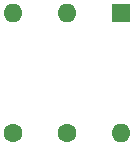
<source format=gbr>
%TF.GenerationSoftware,KiCad,Pcbnew,7.0.9*%
%TF.CreationDate,2025-02-23T20:23:03+01:00*%
%TF.ProjectId,filament-jar,66696c61-6d65-46e7-942d-6a61722e6b69,rev?*%
%TF.SameCoordinates,Original*%
%TF.FileFunction,Copper,L2,Bot*%
%TF.FilePolarity,Positive*%
%FSLAX46Y46*%
G04 Gerber Fmt 4.6, Leading zero omitted, Abs format (unit mm)*
G04 Created by KiCad (PCBNEW 7.0.9) date 2025-02-23 20:23:03*
%MOMM*%
%LPD*%
G01*
G04 APERTURE LIST*
%TA.AperFunction,ComponentPad*%
%ADD10C,1.600000*%
%TD*%
%TA.AperFunction,ComponentPad*%
%ADD11O,1.600000X1.600000*%
%TD*%
%TA.AperFunction,ComponentPad*%
%ADD12R,1.600000X1.600000*%
%TD*%
G04 APERTURE END LIST*
D10*
%TO.P,REF\u002A\u002A,1*%
%TO.N,LED*%
X99060000Y-75184000D03*
D11*
%TO.P,REF\u002A\u002A,2*%
%TO.N,VCC*%
X99060000Y-65024000D03*
%TD*%
D12*
%TO.P,REF\u002A\u002A,1*%
%TO.N,VCC*%
X108204000Y-65024000D03*
D11*
%TO.P,REF\u002A\u002A,2*%
X108204000Y-75184000D03*
%TD*%
D10*
%TO.P,REF\u002A\u002A,1*%
%TO.N,LED*%
X103632000Y-75184000D03*
D11*
%TO.P,REF\u002A\u002A,2*%
%TO.N,VCC*%
X103632000Y-65024000D03*
%TD*%
M02*

</source>
